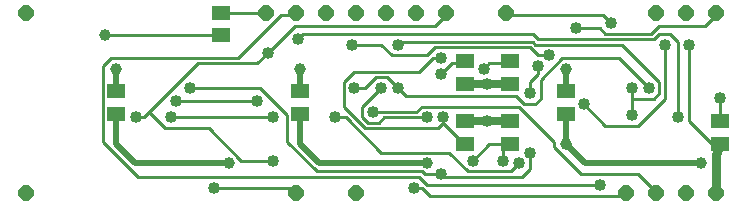
<source format=gbl>
G75*
%MOIN*%
%OFA0B0*%
%FSLAX25Y25*%
%IPPOS*%
%LPD*%
%AMOC8*
5,1,8,0,0,1.08239X$1,22.5*
%
%ADD10OC8,0.05150*%
%ADD11R,0.05906X0.05118*%
%ADD12R,0.06299X0.05118*%
%ADD13C,0.01000*%
%ADD14C,0.04000*%
%ADD15C,0.03000*%
%ADD16C,0.02500*%
%ADD17C,0.03962*%
%ADD18C,0.02000*%
D10*
X0012750Y0010250D03*
X0102750Y0010250D03*
X0122750Y0010250D03*
X0212750Y0010250D03*
X0222750Y0010250D03*
X0232750Y0010250D03*
X0242750Y0010250D03*
X0242750Y0070250D03*
X0232750Y0070250D03*
X0222750Y0070250D03*
X0172750Y0070250D03*
X0152750Y0070250D03*
X0142750Y0070250D03*
X0132750Y0070250D03*
X0122750Y0070250D03*
X0112750Y0070250D03*
X0102750Y0070250D03*
X0092750Y0070250D03*
X0012750Y0070250D03*
D11*
X0042750Y0043990D03*
X0042750Y0036510D03*
X0104000Y0036510D03*
X0104000Y0043990D03*
X0192750Y0043990D03*
X0192750Y0036510D03*
D12*
X0174000Y0033990D03*
X0159000Y0033990D03*
X0159000Y0026510D03*
X0174000Y0026510D03*
X0174000Y0046510D03*
X0159000Y0046510D03*
X0159000Y0053990D03*
X0174000Y0053990D03*
X0244000Y0033990D03*
X0244000Y0026510D03*
X0077750Y0062760D03*
X0077750Y0070240D03*
D13*
X0077750Y0070250D01*
X0092750Y0070250D01*
X0097850Y0069550D02*
X0083450Y0055150D01*
X0041150Y0055150D01*
X0038450Y0052450D01*
X0038450Y0027250D01*
X0050150Y0015550D01*
X0143750Y0015550D01*
X0146450Y0012850D01*
X0204050Y0012850D01*
X0211250Y0009250D02*
X0212150Y0010150D01*
X0212750Y0010250D01*
X0211250Y0009250D02*
X0147350Y0009250D01*
X0144650Y0011950D01*
X0141950Y0011950D01*
X0150950Y0016450D02*
X0151850Y0015550D01*
X0177950Y0015550D01*
X0180650Y0018250D01*
X0180650Y0023650D01*
X0174000Y0026510D02*
X0171650Y0026350D01*
X0171650Y0020950D01*
X0174350Y0017350D02*
X0177050Y0020050D01*
X0174350Y0017350D02*
X0159950Y0017350D01*
X0153650Y0023650D01*
X0131150Y0023650D01*
X0119450Y0035350D01*
X0115850Y0035350D01*
X0124850Y0035350D02*
X0124850Y0038950D01*
X0131150Y0045250D01*
X0129350Y0048850D02*
X0125750Y0045250D01*
X0122150Y0045250D01*
X0118550Y0047050D02*
X0118550Y0038950D01*
X0125750Y0031750D01*
X0150050Y0031750D01*
X0151850Y0033550D01*
X0151850Y0035350D01*
X0151850Y0033550D02*
X0158150Y0027250D01*
X0159000Y0026510D01*
X0161750Y0020950D02*
X0167150Y0026350D01*
X0171650Y0026350D01*
X0173450Y0026350D01*
X0174000Y0026510D01*
X0177050Y0038950D02*
X0188750Y0027250D01*
X0188750Y0025450D01*
X0197750Y0016450D01*
X0216650Y0016450D01*
X0222050Y0011050D01*
X0222750Y0010250D01*
X0241500Y0026500D02*
X0243990Y0026500D01*
X0244000Y0026510D01*
X0241500Y0026500D02*
X0233750Y0034250D01*
X0233750Y0059650D01*
X0230150Y0060550D02*
X0227450Y0063250D01*
X0223850Y0063250D01*
X0222050Y0061450D01*
X0183350Y0061450D01*
X0181550Y0063250D01*
X0105050Y0063250D01*
X0103250Y0061450D01*
X0102350Y0065950D02*
X0149150Y0065950D01*
X0152750Y0069550D01*
X0152750Y0070250D01*
X0172750Y0070250D02*
X0173450Y0069550D01*
X0204950Y0069550D01*
X0207650Y0066850D01*
X0205850Y0063250D02*
X0204050Y0065050D01*
X0195950Y0065050D01*
X0205850Y0063250D02*
X0221150Y0063250D01*
X0223850Y0065950D01*
X0239150Y0065950D01*
X0242750Y0069550D01*
X0242750Y0070250D01*
X0230150Y0060550D02*
X0230150Y0035350D01*
X0244000Y0033990D02*
X0244000Y0041850D01*
X0225650Y0041650D02*
X0216650Y0032650D01*
X0205850Y0032650D01*
X0198650Y0039850D01*
X0184250Y0041650D02*
X0182450Y0039850D01*
X0178850Y0039850D01*
X0176150Y0042550D01*
X0139250Y0042550D01*
X0136550Y0045250D01*
X0132950Y0048850D01*
X0129350Y0048850D01*
X0122150Y0050650D02*
X0118550Y0047050D01*
X0122150Y0050650D02*
X0143750Y0050650D01*
X0148250Y0055150D01*
X0150950Y0055150D01*
X0154550Y0053350D02*
X0150950Y0049750D01*
X0154550Y0053350D02*
X0158150Y0053350D01*
X0159000Y0053990D01*
X0165350Y0051550D02*
X0167150Y0053350D01*
X0173450Y0053350D01*
X0174000Y0053990D01*
X0180650Y0058750D02*
X0183350Y0056050D01*
X0186950Y0056050D01*
X0191450Y0055150D02*
X0184250Y0047950D01*
X0184250Y0041650D01*
X0180650Y0043450D02*
X0180650Y0047050D01*
X0183350Y0049750D01*
X0183350Y0052450D01*
X0191450Y0055150D02*
X0210350Y0055150D01*
X0220250Y0045250D01*
X0223850Y0047050D02*
X0211250Y0059650D01*
X0182450Y0059650D01*
X0181550Y0060550D01*
X0137450Y0060550D01*
X0136550Y0059650D01*
X0134750Y0056050D02*
X0131150Y0059650D01*
X0121250Y0059650D01*
X0134750Y0056050D02*
X0146450Y0056050D01*
X0149150Y0058750D01*
X0180650Y0058750D01*
X0214850Y0045250D02*
X0214850Y0041650D01*
X0222050Y0041650D01*
X0223850Y0043450D01*
X0223850Y0047050D01*
X0225650Y0041650D02*
X0225650Y0059650D01*
X0214850Y0041650D02*
X0214850Y0036250D01*
X0177050Y0038950D02*
X0144650Y0038950D01*
X0142850Y0037150D01*
X0128450Y0037150D01*
X0124850Y0035350D02*
X0126650Y0033550D01*
X0130250Y0033550D01*
X0132050Y0035350D01*
X0146450Y0035350D01*
X0166500Y0034000D02*
X0167150Y0034450D01*
X0167150Y0033990D01*
X0145550Y0016450D02*
X0144650Y0017350D01*
X0109550Y0017350D01*
X0099650Y0027250D01*
X0099650Y0036250D01*
X0090650Y0045250D01*
X0067250Y0045250D01*
X0062750Y0040750D02*
X0089750Y0040750D01*
X0095150Y0035350D02*
X0060950Y0035350D01*
X0059150Y0031750D02*
X0053750Y0037150D01*
X0051950Y0035350D01*
X0049250Y0035350D01*
X0053750Y0037150D02*
X0069950Y0053350D01*
X0089750Y0053350D01*
X0093350Y0056950D01*
X0102350Y0065950D01*
X0102350Y0069550D02*
X0097850Y0069550D01*
X0102350Y0069550D02*
X0102750Y0070250D01*
X0077750Y0062760D02*
X0039010Y0062760D01*
X0059150Y0031750D02*
X0073550Y0031750D01*
X0084350Y0020950D01*
X0095150Y0020950D01*
X0101450Y0011950D02*
X0075350Y0011950D01*
X0101450Y0011950D02*
X0102350Y0011050D01*
X0102750Y0010250D01*
X0145550Y0016450D02*
X0150950Y0016450D01*
D14*
X0150950Y0016450D03*
X0141950Y0011950D03*
X0161750Y0020950D03*
X0171650Y0020950D03*
X0177050Y0020050D03*
X0180650Y0023650D03*
X0204050Y0012850D03*
X0230150Y0035350D03*
X0214850Y0036250D03*
X0198650Y0039850D03*
X0214850Y0045250D03*
X0220250Y0045250D03*
X0244000Y0041850D03*
X0186950Y0056050D03*
X0183350Y0052450D03*
X0165350Y0051550D03*
X0150950Y0049750D03*
X0136550Y0045250D03*
X0131150Y0045250D03*
X0122150Y0045250D03*
X0128450Y0037150D03*
X0115850Y0035350D03*
X0095150Y0035350D03*
X0089750Y0040750D03*
X0067250Y0045250D03*
X0062750Y0040750D03*
X0060950Y0035350D03*
X0049250Y0035350D03*
X0095150Y0020950D03*
X0075350Y0011950D03*
X0146450Y0035350D03*
X0151850Y0035350D03*
X0180650Y0043450D03*
X0150950Y0055150D03*
X0136550Y0059650D03*
X0121250Y0059650D03*
X0103250Y0061450D03*
X0093350Y0056950D03*
X0195950Y0065050D03*
X0207650Y0066850D03*
X0225650Y0059650D03*
X0233750Y0059650D03*
D15*
X0166510Y0046510D02*
X0166500Y0046500D01*
X0242750Y0022750D02*
X0242750Y0010250D01*
X0242750Y0022750D02*
X0244000Y0026510D01*
D16*
X0174000Y0033990D02*
X0167150Y0033990D01*
X0159000Y0033990D01*
X0159000Y0046510D02*
X0174000Y0046510D01*
X0166510Y0046510D01*
D17*
X0166500Y0046500D03*
X0192750Y0051500D03*
X0166500Y0034000D03*
X0192750Y0026500D03*
X0237750Y0020250D03*
X0146500Y0020250D03*
X0080250Y0020250D03*
X0104000Y0051500D03*
X0042750Y0051500D03*
X0039010Y0062760D03*
D18*
X0042750Y0051500D02*
X0042750Y0043990D01*
X0042750Y0036510D02*
X0042750Y0026500D01*
X0049000Y0020250D01*
X0080250Y0020250D01*
X0104000Y0026500D02*
X0110250Y0020250D01*
X0146500Y0020250D01*
X0104000Y0026500D02*
X0104000Y0036510D01*
X0104000Y0043990D02*
X0104000Y0051500D01*
X0192750Y0051500D02*
X0192750Y0043990D01*
X0192750Y0036510D02*
X0192750Y0026500D01*
X0199000Y0020250D01*
X0237750Y0020250D01*
M02*

</source>
